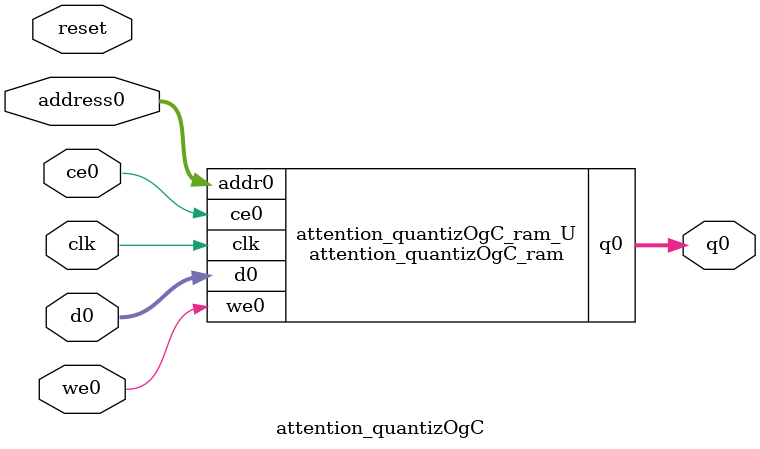
<source format=v>
`timescale 1 ns / 1 ps
module attention_quantizOgC_ram (addr0, ce0, d0, we0, q0,  clk);

parameter DWIDTH = 8;
parameter AWIDTH = 3;
parameter MEM_SIZE = 6;

input[AWIDTH-1:0] addr0;
input ce0;
input[DWIDTH-1:0] d0;
input we0;
output reg[DWIDTH-1:0] q0;
input clk;

(* ram_style = "distributed" *)reg [DWIDTH-1:0] ram[0:MEM_SIZE-1];




always @(posedge clk)  
begin 
    if (ce0) begin
        if (we0) 
            ram[addr0] <= d0; 
        q0 <= ram[addr0];
    end
end


endmodule

`timescale 1 ns / 1 ps
module attention_quantizOgC(
    reset,
    clk,
    address0,
    ce0,
    we0,
    d0,
    q0);

parameter DataWidth = 32'd8;
parameter AddressRange = 32'd6;
parameter AddressWidth = 32'd3;
input reset;
input clk;
input[AddressWidth - 1:0] address0;
input ce0;
input we0;
input[DataWidth - 1:0] d0;
output[DataWidth - 1:0] q0;



attention_quantizOgC_ram attention_quantizOgC_ram_U(
    .clk( clk ),
    .addr0( address0 ),
    .ce0( ce0 ),
    .we0( we0 ),
    .d0( d0 ),
    .q0( q0 ));

endmodule


</source>
